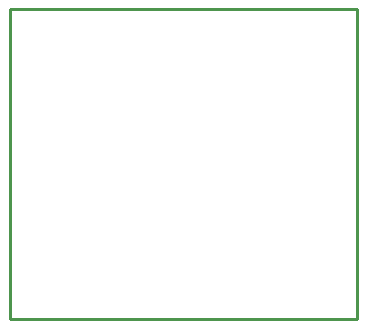
<source format=gko>
G04*
G04 #@! TF.GenerationSoftware,Altium Limited,Altium Designer,20.0.13 (296)*
G04*
G04 Layer_Color=16711935*
%FSLAX44Y44*%
%MOMM*%
G71*
G01*
G75*
%ADD10C,0.2540*%
D10*
X0Y0D02*
Y262382D01*
X293878D01*
Y0D02*
Y262382D01*
X0Y0D02*
X293878D01*
M02*

</source>
